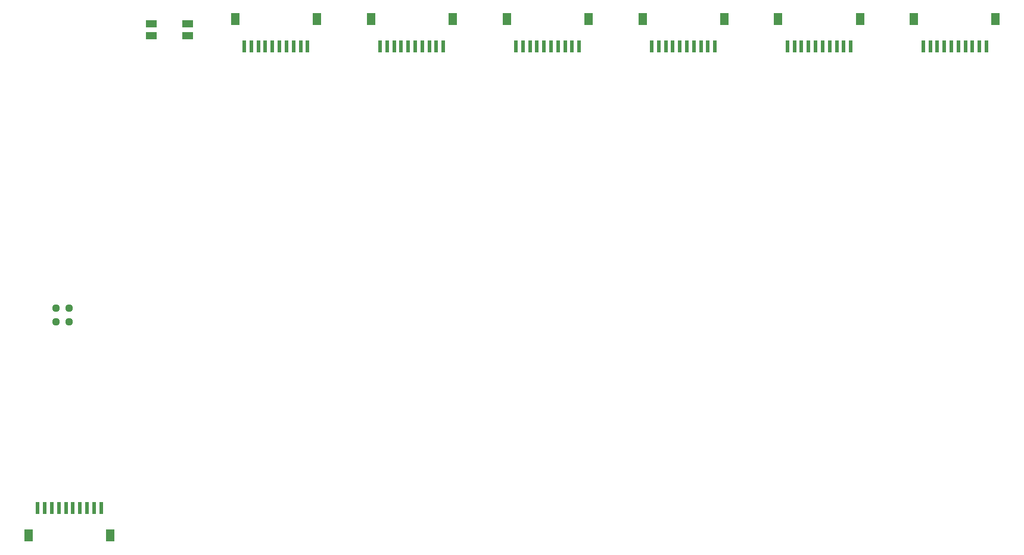
<source format=gbp>
G04 #@! TF.GenerationSoftware,KiCad,Pcbnew,7.0.5*
G04 #@! TF.CreationDate,2024-01-21T06:03:08-08:00*
G04 #@! TF.ProjectId,Seismos_5CoreRShift,53656973-6d6f-4735-9f35-436f72655253,rev?*
G04 #@! TF.SameCoordinates,Original*
G04 #@! TF.FileFunction,Paste,Bot*
G04 #@! TF.FilePolarity,Positive*
%FSLAX46Y46*%
G04 Gerber Fmt 4.6, Leading zero omitted, Abs format (unit mm)*
G04 Created by KiCad (PCBNEW 7.0.5) date 2024-01-21 06:03:08*
%MOMM*%
%LPD*%
G01*
G04 APERTURE LIST*
G04 Aperture macros list*
%AMRoundRect*
0 Rectangle with rounded corners*
0 $1 Rounding radius*
0 $2 $3 $4 $5 $6 $7 $8 $9 X,Y pos of 4 corners*
0 Add a 4 corners polygon primitive as box body*
4,1,4,$2,$3,$4,$5,$6,$7,$8,$9,$2,$3,0*
0 Add four circle primitives for the rounded corners*
1,1,$1+$1,$2,$3*
1,1,$1+$1,$4,$5*
1,1,$1+$1,$6,$7*
1,1,$1+$1,$8,$9*
0 Add four rect primitives between the rounded corners*
20,1,$1+$1,$2,$3,$4,$5,0*
20,1,$1+$1,$4,$5,$6,$7,0*
20,1,$1+$1,$6,$7,$8,$9,0*
20,1,$1+$1,$8,$9,$2,$3,0*%
G04 Aperture macros list end*
%ADD10R,0.600000X1.700000*%
%ADD11R,1.200000X1.800000*%
%ADD12RoundRect,0.237500X0.250000X0.237500X-0.250000X0.237500X-0.250000X-0.237500X0.250000X-0.237500X0*%
%ADD13R,1.550000X1.000000*%
G04 APERTURE END LIST*
D10*
X66350000Y-25386000D03*
X67350000Y-25386000D03*
X68350000Y-25385000D03*
X69350000Y-25385000D03*
X70350000Y-25385000D03*
X71350000Y-25385000D03*
X72350000Y-25385000D03*
X73350000Y-25385000D03*
X74350000Y-25385000D03*
X75350000Y-25385000D03*
D11*
X65050000Y-21510000D03*
X76650000Y-21510000D03*
D12*
X41412500Y-64600000D03*
X39587500Y-64600000D03*
D10*
X85650000Y-25386000D03*
X86650000Y-25386000D03*
X87650000Y-25385000D03*
X88650000Y-25385000D03*
X89650000Y-25385000D03*
X90650000Y-25385000D03*
X91650000Y-25385000D03*
X92650000Y-25385000D03*
X93650000Y-25385000D03*
X94650000Y-25385000D03*
D11*
X84350000Y-21510000D03*
X95950000Y-21510000D03*
D12*
X41412500Y-62600000D03*
X39587500Y-62600000D03*
D13*
X58312500Y-23899500D03*
X58312500Y-22199500D03*
X53112500Y-23899500D03*
X53112500Y-22199500D03*
D10*
X46000000Y-91114000D03*
X45000000Y-91114000D03*
X44000000Y-91115000D03*
X43000000Y-91115000D03*
X42000000Y-91115000D03*
X41000000Y-91115000D03*
X40000000Y-91115000D03*
X39000000Y-91115000D03*
X38000000Y-91115000D03*
X37000000Y-91115000D03*
D11*
X47300000Y-94990000D03*
X35700000Y-94990000D03*
D10*
X162850000Y-25386000D03*
X163850000Y-25386000D03*
X164850000Y-25385000D03*
X165850000Y-25385000D03*
X166850000Y-25385000D03*
X167850000Y-25385000D03*
X168850000Y-25385000D03*
X169850000Y-25385000D03*
X170850000Y-25385000D03*
X171850000Y-25385000D03*
D11*
X161550000Y-21510000D03*
X173150000Y-21510000D03*
D10*
X124250000Y-25386000D03*
X125250000Y-25386000D03*
X126250000Y-25385000D03*
X127250000Y-25385000D03*
X128250000Y-25385000D03*
X129250000Y-25385000D03*
X130250000Y-25385000D03*
X131250000Y-25385000D03*
X132250000Y-25385000D03*
X133250000Y-25385000D03*
D11*
X122950000Y-21510000D03*
X134550000Y-21510000D03*
D10*
X104950000Y-25386000D03*
X105950000Y-25386000D03*
X106950000Y-25385000D03*
X107950000Y-25385000D03*
X108950000Y-25385000D03*
X109950000Y-25385000D03*
X110950000Y-25385000D03*
X111950000Y-25385000D03*
X112950000Y-25385000D03*
X113950000Y-25385000D03*
D11*
X103650000Y-21510000D03*
X115250000Y-21510000D03*
D10*
X143550000Y-25386000D03*
X144550000Y-25386000D03*
X145550000Y-25385000D03*
X146550000Y-25385000D03*
X147550000Y-25385000D03*
X148550000Y-25385000D03*
X149550000Y-25385000D03*
X150550000Y-25385000D03*
X151550000Y-25385000D03*
X152550000Y-25385000D03*
D11*
X142250000Y-21510000D03*
X153850000Y-21510000D03*
M02*

</source>
